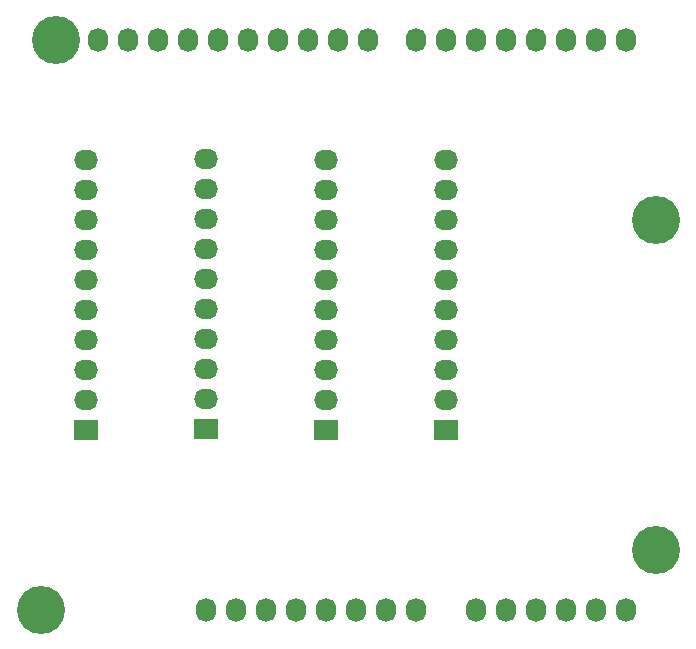
<source format=gbr>
G04 #@! TF.FileFunction,Soldermask,Bot*
%FSLAX46Y46*%
G04 Gerber Fmt 4.6, Leading zero omitted, Abs format (unit mm)*
G04 Created by KiCad (PCBNEW 4.0.6-e0-6349~53~ubuntu16.04.1) date Thu Jul 27 14:37:32 2017*
%MOMM*%
%LPD*%
G01*
G04 APERTURE LIST*
%ADD10C,0.100000*%
%ADD11O,1.727200X2.032000*%
%ADD12C,4.064000*%
%ADD13R,2.032000X1.727200*%
%ADD14O,2.032000X1.727200*%
G04 APERTURE END LIST*
D10*
D11*
X138938000Y-123825000D03*
X141478000Y-123825000D03*
X144018000Y-123825000D03*
X146558000Y-123825000D03*
X149098000Y-123825000D03*
X151638000Y-123825000D03*
X154178000Y-123825000D03*
X156718000Y-123825000D03*
X161798000Y-123825000D03*
X164338000Y-123825000D03*
X166878000Y-123825000D03*
X169418000Y-123825000D03*
X171958000Y-123825000D03*
X174498000Y-123825000D03*
X129794000Y-75565000D03*
X132334000Y-75565000D03*
X134874000Y-75565000D03*
X137414000Y-75565000D03*
X139954000Y-75565000D03*
X142494000Y-75565000D03*
X145034000Y-75565000D03*
X147574000Y-75565000D03*
X150114000Y-75565000D03*
X152654000Y-75565000D03*
X156718000Y-75565000D03*
X159258000Y-75565000D03*
X161798000Y-75565000D03*
X164338000Y-75565000D03*
X166878000Y-75565000D03*
X169418000Y-75565000D03*
X171958000Y-75565000D03*
X174498000Y-75565000D03*
D12*
X124968000Y-123825000D03*
X177038000Y-118745000D03*
X126238000Y-75565000D03*
X177038000Y-90805000D03*
D13*
X128778000Y-108585000D03*
D14*
X128778000Y-106045000D03*
X128778000Y-103505000D03*
X128778000Y-100965000D03*
X128778000Y-98425000D03*
X128778000Y-95885000D03*
X128778000Y-93345000D03*
X128778000Y-90805000D03*
X128778000Y-88265000D03*
X128778000Y-85725000D03*
D13*
X138938000Y-108525000D03*
D14*
X138938000Y-105985000D03*
X138938000Y-103445000D03*
X138938000Y-100905000D03*
X138938000Y-98365000D03*
X138938000Y-95825000D03*
X138938000Y-93285000D03*
X138938000Y-90745000D03*
X138938000Y-88205000D03*
X138938000Y-85665000D03*
D13*
X149098000Y-108585000D03*
D14*
X149098000Y-106045000D03*
X149098000Y-103505000D03*
X149098000Y-100965000D03*
X149098000Y-98425000D03*
X149098000Y-95885000D03*
X149098000Y-93345000D03*
X149098000Y-90805000D03*
X149098000Y-88265000D03*
X149098000Y-85725000D03*
D13*
X159258000Y-108585000D03*
D14*
X159258000Y-106045000D03*
X159258000Y-103505000D03*
X159258000Y-100965000D03*
X159258000Y-98425000D03*
X159258000Y-95885000D03*
X159258000Y-93345000D03*
X159258000Y-90805000D03*
X159258000Y-88265000D03*
X159258000Y-85725000D03*
M02*

</source>
